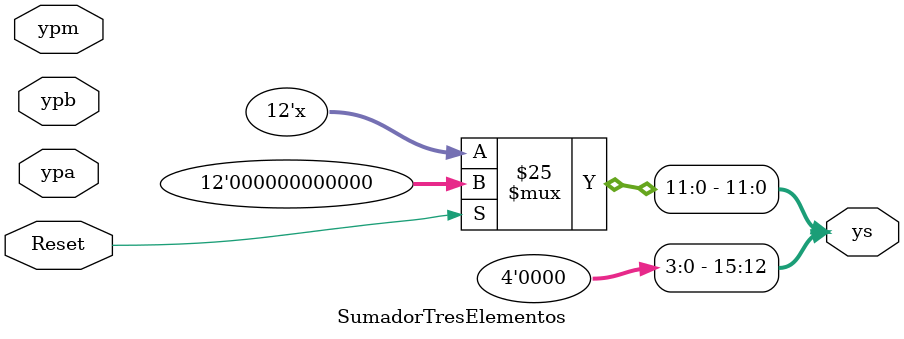
<source format=v>
`timescale 1ns / 1ps
module SumadorTresElementos #(parameter W=23)
	(
    input Reset,
    input wire signed [W-1:0] ypb,
    input wire signed [W-1:0] ypm,
    input wire signed [W-1:0] ypa,
 	 output reg signed [15:0]ys
    );

reg signed [25:0] R; //Regestro para almacenar la suma de tres elementos
reg signed [22:0] offset;
reg signed [22:0] yaux;

always @* begin
		
		if (Reset) begin
			ys <= 23'b0;
			R <= 26'b0;
			offset<=23'h0;
			yaux<=23'h0;
	end
		
		else begin
			offset<=23'h000800;
			R <= ypb + ypm + ypa + offset;
			//assign salidadeR = R;
			//Revisando R:
			
			if(R != 26'b0 && R > 26'h03FFFFF && !R[25])	begin  //Overflow del positivo más alto
				yaux <= 23'h3FFFFF;				//Asigna a la salida del sumador el positivo más alto en "W" bits
				ys[15:12]<=4'b0;
				ys[11:0]<= yaux [11:0];			
			   end
			
			else if(R != 25'b0 && R < 26'h3C00000 && R[25]) begin//Underflow del negativo más bajo
				yaux <= 23'h400000; 	//Asigna a la salida del sumador el negativo más bajo en "W" bits
				ys[15:12]<=4'b0;
				ys[11:0]<= yaux [11:0];	
				end
			
			else begin
				yaux[W-1:0] <= R[W-1:0]; //Si ninguna de las anteriores se cumple entonces sólo asigna el resultado 				//truncado a la salida del sumador
				ys[15:12]<=4'b0;
				ys[11:0]<= yaux [11:0];	
			end
		
		end
	end

endmodule

</source>
